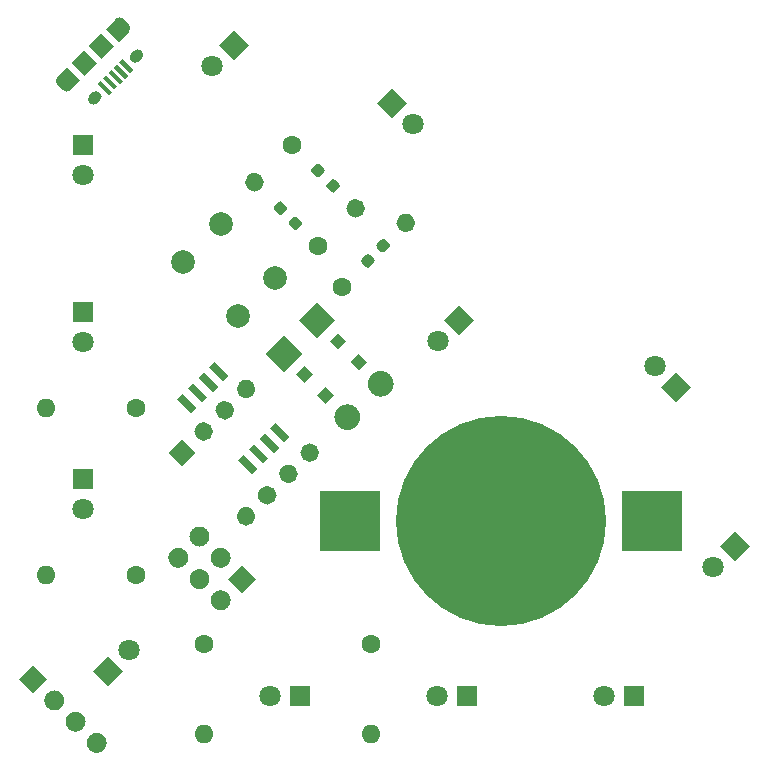
<source format=gbs>
G04 #@! TF.GenerationSoftware,KiCad,Pcbnew,5.1.7-a382d34a88~90~ubuntu20.04.1*
G04 #@! TF.CreationDate,2022-01-21T18:01:13-05:00*
G04 #@! TF.ProjectId,cr2022012001-12-leds-board,63723230-3232-4303-9132-3030312d3132,rev?*
G04 #@! TF.SameCoordinates,Original*
G04 #@! TF.FileFunction,Soldermask,Bot*
G04 #@! TF.FilePolarity,Negative*
%FSLAX46Y46*%
G04 Gerber Fmt 4.6, Leading zero omitted, Abs format (unit mm)*
G04 Created by KiCad (PCBNEW 5.1.7-a382d34a88~90~ubuntu20.04.1) date 2022-01-21 18:01:13*
%MOMM*%
%LPD*%
G01*
G04 APERTURE LIST*
%ADD10C,0.100000*%
%ADD11C,2.000000*%
%ADD12C,1.600000*%
%ADD13O,1.600000X1.600000*%
%ADD14C,1.800000*%
%ADD15R,1.800000X1.800000*%
%ADD16C,17.800000*%
%ADD17R,5.100000X5.100000*%
G04 APERTURE END LIST*
G36*
G01*
X159492981Y-37610932D02*
X159026291Y-37144242D01*
G75*
G02*
X159026291Y-36514916I314663J314663D01*
G01*
X159026291Y-36514916D01*
G75*
G02*
X159655617Y-36514916I314663J-314663D01*
G01*
X160122307Y-36981606D01*
G75*
G02*
X160122307Y-37610932I-314663J-314663D01*
G01*
X160122307Y-37610932D01*
G75*
G02*
X159492981Y-37610932I-314663J314663D01*
G01*
G37*
G36*
G01*
X154543233Y-42560680D02*
X154076543Y-42093990D01*
G75*
G02*
X154076543Y-41464664I314663J314663D01*
G01*
X154076543Y-41464664D01*
G75*
G02*
X154705869Y-41464664I314663J-314663D01*
G01*
X155172559Y-41931354D01*
G75*
G02*
X155172559Y-42560680I-314663J-314663D01*
G01*
X155172559Y-42560680D01*
G75*
G02*
X154543233Y-42560680I-314663J314663D01*
G01*
G37*
D10*
G36*
X159273779Y-38459461D02*
G01*
X158177763Y-37363445D01*
X159026291Y-36514917D01*
X160122307Y-37610933D01*
X159273779Y-38459461D01*
G37*
G36*
X155172560Y-42560680D02*
G01*
X154076544Y-41464664D01*
X154925072Y-40616136D01*
X156021088Y-41712152D01*
X155172560Y-42560680D01*
G37*
G36*
X157824210Y-39909029D02*
G01*
X156728194Y-38813013D01*
X157788854Y-37752353D01*
X158884870Y-38848369D01*
X157824210Y-39909029D01*
G37*
G36*
X156409996Y-41323243D02*
G01*
X155313980Y-40227227D01*
X156374640Y-39166567D01*
X157470656Y-40262583D01*
X156409996Y-41323243D01*
G37*
G36*
G01*
X160334438Y-40121162D02*
X160334438Y-40121162D01*
G75*
G02*
X160334438Y-39449410I335876J335876D01*
G01*
X160546570Y-39237278D01*
G75*
G02*
X161218322Y-39237278I335876J-335876D01*
G01*
X161218322Y-39237278D01*
G75*
G02*
X161218322Y-39909030I-335876J-335876D01*
G01*
X161006190Y-40121162D01*
G75*
G02*
X160334438Y-40121162I-335876J335876D01*
G01*
G37*
G36*
G01*
X156798905Y-43656695D02*
X156798905Y-43656695D01*
G75*
G02*
X156798905Y-42984943I335876J335876D01*
G01*
X157011037Y-42772811D01*
G75*
G02*
X157682789Y-42772811I335876J-335876D01*
G01*
X157682789Y-42772811D01*
G75*
G02*
X157682789Y-43444563I-335876J-335876D01*
G01*
X157470657Y-43656695D01*
G75*
G02*
X156798905Y-43656695I-335876J335876D01*
G01*
G37*
G36*
X160263728Y-41146466D02*
G01*
X159309134Y-40191872D01*
X159591976Y-39909030D01*
X160546570Y-40863624D01*
X160263728Y-41146466D01*
G37*
G36*
X159804109Y-41606085D02*
G01*
X158849515Y-40651491D01*
X159132357Y-40368649D01*
X160086951Y-41323243D01*
X159804109Y-41606085D01*
G37*
G36*
X159344489Y-42065704D02*
G01*
X158389895Y-41111110D01*
X158672737Y-40828268D01*
X159627331Y-41782862D01*
X159344489Y-42065704D01*
G37*
G36*
X158884870Y-42525324D02*
G01*
X157930276Y-41570730D01*
X158213118Y-41287888D01*
X159167712Y-42242482D01*
X158884870Y-42525324D01*
G37*
G36*
X158425251Y-42984943D02*
G01*
X157470657Y-42030349D01*
X157753499Y-41747507D01*
X158708093Y-42702101D01*
X158425251Y-42984943D01*
G37*
G36*
X169386348Y-73872466D02*
G01*
X169845967Y-73412847D01*
X171048048Y-74614928D01*
X170588429Y-75074547D01*
X169386348Y-73872466D01*
G37*
G36*
X170284374Y-72974441D02*
G01*
X170743993Y-72514822D01*
X171946074Y-73716903D01*
X171486455Y-74176522D01*
X170284374Y-72974441D01*
G37*
G36*
X171182400Y-72076415D02*
G01*
X171642019Y-71616796D01*
X172844100Y-72818877D01*
X172384481Y-73278496D01*
X171182400Y-72076415D01*
G37*
G36*
X172080425Y-71178389D02*
G01*
X172540044Y-70718770D01*
X173742125Y-71920851D01*
X173282506Y-72380470D01*
X172080425Y-71178389D01*
G37*
G36*
X166918546Y-66016510D02*
G01*
X167378165Y-65556891D01*
X168580246Y-66758972D01*
X168120627Y-67218591D01*
X166918546Y-66016510D01*
G37*
G36*
X166020520Y-66914535D02*
G01*
X166480139Y-66454916D01*
X167682220Y-67656997D01*
X167222601Y-68116616D01*
X166020520Y-66914535D01*
G37*
G36*
X165122494Y-67812561D02*
G01*
X165582113Y-67352942D01*
X166784194Y-68555023D01*
X166324575Y-69014642D01*
X165122494Y-67812561D01*
G37*
G36*
X164224469Y-68710587D02*
G01*
X164684088Y-68250968D01*
X165886169Y-69453049D01*
X165426550Y-69912668D01*
X164224469Y-68710587D01*
G37*
G36*
G01*
X176904660Y-50479605D02*
X177240536Y-50143729D01*
G75*
G02*
X177576412Y-50143729I167938J-167938D01*
G01*
X177929966Y-50497283D01*
G75*
G02*
X177929966Y-50833159I-167938J-167938D01*
G01*
X177594090Y-51169035D01*
G75*
G02*
X177258214Y-51169035I-167938J167938D01*
G01*
X176904660Y-50815481D01*
G75*
G02*
X176904660Y-50479605I167938J167938D01*
G01*
G37*
G36*
G01*
X175614190Y-49189135D02*
X175950066Y-48853259D01*
G75*
G02*
X176285942Y-48853259I167938J-167938D01*
G01*
X176639496Y-49206813D01*
G75*
G02*
X176639496Y-49542689I-167938J-167938D01*
G01*
X176303620Y-49878565D01*
G75*
G02*
X175967744Y-49878565I-167938J167938D01*
G01*
X175614190Y-49525011D01*
G75*
G02*
X175614190Y-49189135I167938J167938D01*
G01*
G37*
G36*
G01*
X173457515Y-52724670D02*
X173121639Y-53060546D01*
G75*
G02*
X172785763Y-53060546I-167938J167938D01*
G01*
X172432209Y-52706992D01*
G75*
G02*
X172432209Y-52371116I167938J167938D01*
G01*
X172768085Y-52035240D01*
G75*
G02*
X173103961Y-52035240I167938J-167938D01*
G01*
X173457515Y-52388794D01*
G75*
G02*
X173457515Y-52724670I-167938J-167938D01*
G01*
G37*
G36*
G01*
X174747985Y-54015140D02*
X174412109Y-54351016D01*
G75*
G02*
X174076233Y-54351016I-167938J167938D01*
G01*
X173722679Y-53997462D01*
G75*
G02*
X173722679Y-53661586I167938J167938D01*
G01*
X174058555Y-53325710D01*
G75*
G02*
X174394431Y-53325710I167938J-167938D01*
G01*
X174747985Y-53679264D01*
G75*
G02*
X174747985Y-54015140I-167938J-167938D01*
G01*
G37*
G36*
G01*
X181483177Y-56242526D02*
X181147301Y-55906650D01*
G75*
G02*
X181147301Y-55570774I167938J167938D01*
G01*
X181500855Y-55217220D01*
G75*
G02*
X181836731Y-55217220I167938J-167938D01*
G01*
X182172607Y-55553096D01*
G75*
G02*
X182172607Y-55888972I-167938J-167938D01*
G01*
X181819053Y-56242526D01*
G75*
G02*
X181483177Y-56242526I-167938J167938D01*
G01*
G37*
G36*
G01*
X180192707Y-57532996D02*
X179856831Y-57197120D01*
G75*
G02*
X179856831Y-56861244I167938J167938D01*
G01*
X180210385Y-56507690D01*
G75*
G02*
X180546261Y-56507690I167938J-167938D01*
G01*
X180882137Y-56843566D01*
G75*
G02*
X180882137Y-57179442I-167938J-167938D01*
G01*
X180528583Y-57532996D01*
G75*
G02*
X180192707Y-57532996I-167938J167938D01*
G01*
G37*
G36*
G01*
X163711815Y-82757263D02*
X163711815Y-82757263D01*
G75*
G02*
X163711815Y-81555181I601041J601041D01*
G01*
X163711815Y-81555181D01*
G75*
G02*
X164913897Y-81555181I601041J-601041D01*
G01*
X164913897Y-81555181D01*
G75*
G02*
X164913897Y-82757263I-601041J-601041D01*
G01*
X164913897Y-82757263D01*
G75*
G02*
X163711815Y-82757263I-601041J601041D01*
G01*
G37*
G36*
G01*
X165507867Y-80961212D02*
X165507867Y-80961212D01*
G75*
G02*
X165507867Y-79759130I601041J601041D01*
G01*
X165507867Y-79759130D01*
G75*
G02*
X166709949Y-79759130I601041J-601041D01*
G01*
X166709949Y-79759130D01*
G75*
G02*
X166709949Y-80961212I-601041J-601041D01*
G01*
X166709949Y-80961212D01*
G75*
G02*
X165507867Y-80961212I-601041J601041D01*
G01*
G37*
G36*
G01*
X165507867Y-84553314D02*
X165507867Y-84553314D01*
G75*
G02*
X165507867Y-83351232I601041J601041D01*
G01*
X165507867Y-83351232D01*
G75*
G02*
X166709949Y-83351232I601041J-601041D01*
G01*
X166709949Y-83351232D01*
G75*
G02*
X166709949Y-84553314I-601041J-601041D01*
G01*
X166709949Y-84553314D01*
G75*
G02*
X165507867Y-84553314I-601041J601041D01*
G01*
G37*
G36*
G01*
X167303918Y-82757263D02*
X167303918Y-82757263D01*
G75*
G02*
X167303918Y-81555181I601041J601041D01*
G01*
X167303918Y-81555181D01*
G75*
G02*
X168506000Y-81555181I601041J-601041D01*
G01*
X168506000Y-81555181D01*
G75*
G02*
X168506000Y-82757263I-601041J-601041D01*
G01*
X168506000Y-82757263D01*
G75*
G02*
X167303918Y-82757263I-601041J601041D01*
G01*
G37*
G36*
G01*
X167303918Y-86349365D02*
X167303918Y-86349365D01*
G75*
G02*
X167303918Y-85147283I601041J601041D01*
G01*
X167303918Y-85147283D01*
G75*
G02*
X168506000Y-85147283I601041J-601041D01*
G01*
X168506000Y-85147283D01*
G75*
G02*
X168506000Y-86349365I-601041J-601041D01*
G01*
X168506000Y-86349365D01*
G75*
G02*
X167303918Y-86349365I-601041J601041D01*
G01*
G37*
G36*
X169701010Y-85154355D02*
G01*
X168498928Y-83952273D01*
X169701010Y-82750191D01*
X170903092Y-83952273D01*
X169701010Y-85154355D01*
G37*
G36*
G01*
X177846881Y-69470727D02*
X177846881Y-69470727D01*
G75*
G02*
X179402515Y-69470727I777817J-777817D01*
G01*
X179402515Y-69470727D01*
G75*
G02*
X179402515Y-71026361I-777817J-777817D01*
G01*
X179402515Y-71026361D01*
G75*
G02*
X177846881Y-71026361I-777817J777817D01*
G01*
X177846881Y-71026361D01*
G75*
G02*
X177846881Y-69470727I777817J777817D01*
G01*
G37*
G36*
X171680909Y-64860390D02*
G01*
X173236544Y-63304755D01*
X174792179Y-64860390D01*
X173236544Y-66416025D01*
X171680909Y-64860390D01*
G37*
G36*
G01*
X180675308Y-66642300D02*
X180675308Y-66642300D01*
G75*
G02*
X182230942Y-66642300I777817J-777817D01*
G01*
X182230942Y-66642300D01*
G75*
G02*
X182230942Y-68197934I-777817J-777817D01*
G01*
X182230942Y-68197934D01*
G75*
G02*
X180675308Y-68197934I-777817J777817D01*
G01*
X180675308Y-68197934D01*
G75*
G02*
X180675308Y-66642300I777817J777817D01*
G01*
G37*
G36*
X174509336Y-62031963D02*
G01*
X176064971Y-60476328D01*
X177620606Y-62031963D01*
X176064971Y-63587598D01*
X174509336Y-62031963D01*
G37*
G36*
G01*
X169488879Y-78083287D02*
X169488879Y-78083287D01*
G75*
G02*
X170620249Y-78083287I565685J-565685D01*
G01*
X170620249Y-78083287D01*
G75*
G02*
X170620249Y-79214657I-565685J-565685D01*
G01*
X170620249Y-79214657D01*
G75*
G02*
X169488879Y-79214657I-565685J565685D01*
G01*
X169488879Y-79214657D01*
G75*
G02*
X169488879Y-78083287I565685J565685D01*
G01*
G37*
G36*
G01*
X169488879Y-67306979D02*
X169488879Y-67306979D01*
G75*
G02*
X170620249Y-67306979I565685J-565685D01*
G01*
X170620249Y-67306979D01*
G75*
G02*
X170620249Y-68438349I-565685J-565685D01*
G01*
X170620249Y-68438349D01*
G75*
G02*
X169488879Y-68438349I-565685J565685D01*
G01*
X169488879Y-68438349D01*
G75*
G02*
X169488879Y-67306979I565685J565685D01*
G01*
G37*
G36*
G01*
X171284930Y-76287235D02*
X171284930Y-76287235D01*
G75*
G02*
X172416300Y-76287235I565685J-565685D01*
G01*
X172416300Y-76287235D01*
G75*
G02*
X172416300Y-77418605I-565685J-565685D01*
G01*
X172416300Y-77418605D01*
G75*
G02*
X171284930Y-77418605I-565685J565685D01*
G01*
X171284930Y-77418605D01*
G75*
G02*
X171284930Y-76287235I565685J565685D01*
G01*
G37*
G36*
G01*
X167692827Y-69103031D02*
X167692827Y-69103031D01*
G75*
G02*
X168824197Y-69103031I565685J-565685D01*
G01*
X168824197Y-69103031D01*
G75*
G02*
X168824197Y-70234401I-565685J-565685D01*
G01*
X168824197Y-70234401D01*
G75*
G02*
X167692827Y-70234401I-565685J565685D01*
G01*
X167692827Y-70234401D01*
G75*
G02*
X167692827Y-69103031I565685J565685D01*
G01*
G37*
G36*
G01*
X173080981Y-74491184D02*
X173080981Y-74491184D01*
G75*
G02*
X174212351Y-74491184I565685J-565685D01*
G01*
X174212351Y-74491184D01*
G75*
G02*
X174212351Y-75622554I-565685J-565685D01*
G01*
X174212351Y-75622554D01*
G75*
G02*
X173080981Y-75622554I-565685J565685D01*
G01*
X173080981Y-75622554D01*
G75*
G02*
X173080981Y-74491184I565685J565685D01*
G01*
G37*
G36*
G01*
X165896776Y-70899082D02*
X165896776Y-70899082D01*
G75*
G02*
X167028146Y-70899082I565685J-565685D01*
G01*
X167028146Y-70899082D01*
G75*
G02*
X167028146Y-72030452I-565685J-565685D01*
G01*
X167028146Y-72030452D01*
G75*
G02*
X165896776Y-72030452I-565685J565685D01*
G01*
X165896776Y-72030452D01*
G75*
G02*
X165896776Y-70899082I565685J565685D01*
G01*
G37*
G36*
G01*
X174877032Y-72695133D02*
X174877032Y-72695133D01*
G75*
G02*
X176008402Y-72695133I565685J-565685D01*
G01*
X176008402Y-72695133D01*
G75*
G02*
X176008402Y-73826503I-565685J-565685D01*
G01*
X176008402Y-73826503D01*
G75*
G02*
X174877032Y-73826503I-565685J565685D01*
G01*
X174877032Y-73826503D01*
G75*
G02*
X174877032Y-72695133I565685J565685D01*
G01*
G37*
G36*
X163535039Y-73260818D02*
G01*
X164666410Y-72129447D01*
X165797781Y-73260818D01*
X164666410Y-74392189D01*
X163535039Y-73260818D01*
G37*
D11*
X167933243Y-53900235D03*
X164751262Y-57082215D03*
X172529437Y-58496429D03*
X169347456Y-61678410D03*
G36*
G01*
X178766120Y-52005189D02*
X178766120Y-52005189D01*
G75*
G02*
X179897490Y-52005189I565685J-565685D01*
G01*
X179897490Y-52005189D01*
G75*
G02*
X179897490Y-53136559I-565685J-565685D01*
G01*
X179897490Y-53136559D01*
G75*
G02*
X178766120Y-53136559I-565685J565685D01*
G01*
X178766120Y-53136559D01*
G75*
G02*
X178766120Y-52005189I565685J565685D01*
G01*
G37*
D12*
X173943651Y-47182720D03*
G36*
G01*
X171327355Y-50930385D02*
X171327355Y-50930385D01*
G75*
G02*
X170195985Y-50930385I-565685J565685D01*
G01*
X170195985Y-50930385D01*
G75*
G02*
X170195985Y-49799015I565685J565685D01*
G01*
X170195985Y-49799015D01*
G75*
G02*
X171327355Y-49799015I565685J-565685D01*
G01*
X171327355Y-49799015D01*
G75*
G02*
X171327355Y-50930385I-565685J-565685D01*
G01*
G37*
X176149824Y-55752854D03*
G36*
G01*
X183008761Y-54381066D02*
X183008761Y-54381066D01*
G75*
G02*
X183008761Y-53249696I565685J565685D01*
G01*
X183008761Y-53249696D01*
G75*
G02*
X184140131Y-53249696I565685J-565685D01*
G01*
X184140131Y-53249696D01*
G75*
G02*
X184140131Y-54381066I-565685J-565685D01*
G01*
X184140131Y-54381066D01*
G75*
G02*
X183008761Y-54381066I-565685J565685D01*
G01*
G37*
X178186292Y-59203535D03*
D13*
X180661165Y-97033748D03*
D12*
X180661165Y-89413748D03*
D13*
X166519030Y-97033748D03*
D12*
X166519030Y-89413748D03*
D13*
X153084001Y-83598719D03*
D12*
X160704001Y-83598719D03*
D13*
X153084001Y-69456584D03*
D12*
X160704001Y-69456584D03*
G36*
G01*
X156810454Y-98426749D02*
X156810454Y-98426749D01*
G75*
G02*
X156810454Y-97224667I601041J601041D01*
G01*
X156810454Y-97224667D01*
G75*
G02*
X158012536Y-97224667I601041J-601041D01*
G01*
X158012536Y-97224667D01*
G75*
G02*
X158012536Y-98426749I-601041J-601041D01*
G01*
X158012536Y-98426749D01*
G75*
G02*
X156810454Y-98426749I-601041J601041D01*
G01*
G37*
G36*
G01*
X155014402Y-96630697D02*
X155014402Y-96630697D01*
G75*
G02*
X155014402Y-95428615I601041J601041D01*
G01*
X155014402Y-95428615D01*
G75*
G02*
X156216484Y-95428615I601041J-601041D01*
G01*
X156216484Y-95428615D01*
G75*
G02*
X156216484Y-96630697I-601041J-601041D01*
G01*
X156216484Y-96630697D01*
G75*
G02*
X155014402Y-96630697I-601041J601041D01*
G01*
G37*
G36*
G01*
X153218351Y-94834646D02*
X153218351Y-94834646D01*
G75*
G02*
X153218351Y-93632564I601041J601041D01*
G01*
X153218351Y-93632564D01*
G75*
G02*
X154420433Y-93632564I601041J-601041D01*
G01*
X154420433Y-93632564D01*
G75*
G02*
X154420433Y-94834646I-601041J-601041D01*
G01*
X154420433Y-94834646D01*
G75*
G02*
X153218351Y-94834646I-601041J601041D01*
G01*
G37*
D10*
G36*
X152023341Y-93639636D02*
G01*
X150821259Y-92437554D01*
X152023341Y-91235472D01*
X153225423Y-92437554D01*
X152023341Y-93639636D01*
G37*
G36*
X176064970Y-68395923D02*
G01*
X176772077Y-67688816D01*
X177479184Y-68395923D01*
X176772077Y-69103030D01*
X176064970Y-68395923D01*
G37*
G36*
X174297204Y-66628157D02*
G01*
X175004311Y-65921050D01*
X175711418Y-66628157D01*
X175004311Y-67335264D01*
X174297204Y-66628157D01*
G37*
G36*
X178893398Y-65567496D02*
G01*
X179600505Y-64860389D01*
X180307612Y-65567496D01*
X179600505Y-66274603D01*
X178893398Y-65567496D01*
G37*
G36*
X177125632Y-63799730D02*
G01*
X177832739Y-63092623D01*
X178539846Y-63799730D01*
X177832739Y-64506837D01*
X177125632Y-63799730D01*
G37*
D14*
X156265981Y-78006991D03*
D15*
X156265981Y-75466991D03*
D14*
X156265981Y-63864856D03*
D15*
X156265981Y-61324856D03*
D14*
X156265981Y-49722720D03*
D15*
X156265981Y-47182720D03*
D14*
X167197852Y-40493490D03*
D10*
G36*
X168993903Y-37424647D02*
G01*
X170266695Y-38697439D01*
X168993903Y-39970231D01*
X167721111Y-38697439D01*
X168993903Y-37424647D01*
G37*
D14*
X184224983Y-45443237D03*
D10*
G36*
X181156140Y-43647186D02*
G01*
X182428932Y-42374394D01*
X183701724Y-43647186D01*
X182428932Y-44919978D01*
X181156140Y-43647186D01*
G37*
D14*
X186289735Y-63828014D03*
D10*
G36*
X188085786Y-60759171D02*
G01*
X189358578Y-62031963D01*
X188085786Y-63304755D01*
X186812994Y-62031963D01*
X188085786Y-60759171D01*
G37*
D14*
X204674512Y-65892766D03*
D10*
G36*
X207743355Y-67688817D02*
G01*
X206470563Y-68961609D01*
X205197771Y-67688817D01*
X206470563Y-66416025D01*
X207743355Y-67688817D01*
G37*
D14*
X209624259Y-82919897D03*
D10*
G36*
X211420310Y-79851054D02*
G01*
X212693102Y-81123846D01*
X211420310Y-82396638D01*
X210147518Y-81123846D01*
X211420310Y-79851054D01*
G37*
D14*
X200395029Y-93851768D03*
D15*
X202935029Y-93851768D03*
D14*
X186252893Y-93851768D03*
D15*
X188792893Y-93851768D03*
D14*
X172110758Y-93851768D03*
D15*
X174650758Y-93851768D03*
D14*
X160183353Y-89934396D03*
D10*
G36*
X158387302Y-93003239D02*
G01*
X157114510Y-91730447D01*
X158387302Y-90457655D01*
X159660094Y-91730447D01*
X158387302Y-93003239D01*
G37*
D16*
X191621320Y-79002525D03*
D17*
X178821320Y-79002525D03*
X204421320Y-79002525D03*
M02*

</source>
